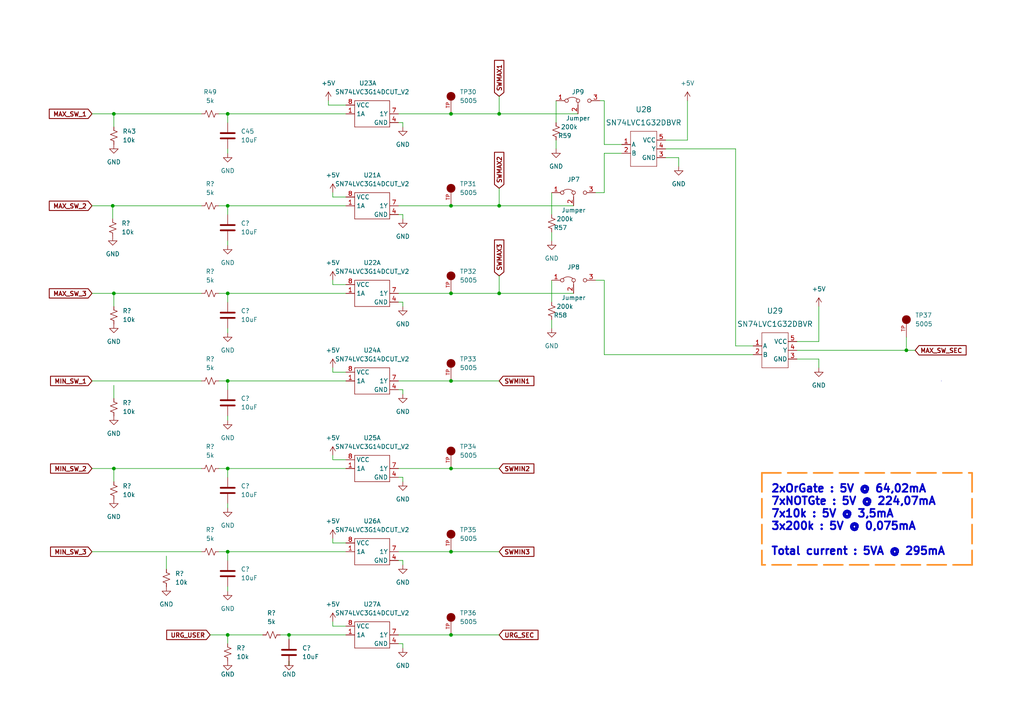
<source format=kicad_sch>
(kicad_sch (version 20211123) (generator eeschema)
  (paper "A4")
  (title_block (title "BUMBLEBEE") (date "2024-01-15") (rev "1.00") (company "ExoFlex") (comment 1 "Bumblebee"))
  (lib_symbols
    (symbol "Device:C" (pin_numbers hide) (pin_names (offset 0.254))
      (property "Reference" "C" (at 0.635 2.54 0))
      (property "Value" "C" (at 0.635 -2.54 0))
      (symbol "C_0_1"
        (polyline (pts (xy -2.032 -0.762) (xy 2.032 -0.762)) (stroke (width 0.508)))
        (polyline (pts (xy -2.032 0.762) (xy 2.032 0.762)) (stroke (width 0.508)))
      )
      (symbol "C_1_1"
        (pin passive line (at 0 3.81 270) (length 2.794) (name "~") (number "1"))
        (pin passive line (at 0 -3.81 90) (length 2.794) (name "~") (number "2"))
      )
    )
    (symbol "Device:R_Small_US" (pin_numbers hide) (pin_names (offset 0.254) hide)
      (property "Reference" "R" (at 0.762 0.508 0))
      (property "Value" "R_Small_US" (at 0.762 -1.016 0))
      (symbol "R_Small_US_1_1"
        (polyline (pts (xy 0 0) (xy 1.016 -0.381) (xy 0 -0.762) (xy -1.016 -1.143) (xy 0 -1.524)))
        (polyline (pts (xy 0 1.524) (xy 1.016 1.143) (xy 0 0.762) (xy -1.016 0.381) (xy 0 0)))
        (pin passive line (at 0 2.54 270) (length 1.016) (name "~") (number "1"))
        (pin passive line (at 0 -2.54 90) (length 1.016) (name "~") (number "2"))
      )
    )
    (symbol "Jumper:Jumper_3_Bridged12" (pin_names (offset 0) hide)
      (property "Reference" "JP" (at -2.54 -2.54 0))
      (property "Value" "Jumper_3_Bridged12" (at 0 2.794 0))
      (symbol "Jumper_3_Bridged12_0_0"
        (circle (center -3.302 0) (radius 0.508))
        (circle (center 0 0) (radius 0.508))
        (circle (center 3.302 0) (radius 0.508))
      )
      (symbol "Jumper_3_Bridged12_0_1"
        (arc (start -0.254 0.508) (mid -1.651 0.9912) (end -3.048 0.508))
        (polyline (pts (xy 0 -1.27) (xy 0 -0.508)))
      )
      (symbol "Jumper_3_Bridged12_1_1"
        (pin passive line (at -6.35 0 0) (length 2.54) (name "A") (number "1"))
        (pin passive line (at 0 -3.81 90) (length 2.54) (name "C") (number "2"))
        (pin passive line (at 6.35 0 180) (length 2.54) (name "B") (number "3"))
      )
    )
    (symbol "SymLib:5005" (pin_names (offset 1.016))
      (property "Reference" "TP" (at -2.54 2.54 0))
      (property "Value" "5005" (at -2.54 -3.81 0))
      (symbol "5005_0_0"
        (circle (center 0 0) (radius 0.635) (stroke (width 1.27)))
        (pin passive line (at -5.08 0 0) (length 5.08) (name "~") (number "TP"))
      )
    )
    (symbol "SymLib:SN74LVC1G32DBVR" (pin_names (offset 0.254))
      (property "Reference" "U" (at 25.4 10.16 0))
      (property "Value" "SN74LVC1G32DBVR" (at 25.4 7.62 0))
      (symbol "SN74LVC1G32DBVR_0_1"
        (polyline (pts (xy 21.59 -7.62) (xy 29.21 -7.62)) (stroke (width 0.127)))
        (polyline (pts (xy 21.59 2.54) (xy 21.59 -7.62)) (stroke (width 0.127)))
        (polyline (pts (xy 29.21 -7.62) (xy 29.21 2.54)) (stroke (width 0.127)))
        (polyline (pts (xy 29.21 2.54) (xy 21.59 2.54)) (stroke (width 0.127)))
        (pin input line (at 19.05 -1.27 0) (length 2.54) (name "A") (number "1"))
        (pin input line (at 19.05 -3.81 0) (length 2.54) (name "B") (number "2"))
        (pin power_in line (at 31.75 -5.08 180) (length 2.54) (name "GND") (number "3"))
        (pin output line (at 31.75 -2.54 180) (length 2.54) (name "Y") (number "4"))
        (pin power_in line (at 31.75 0 180) (length 2.54) (name "VCC") (number "5"))
      )
    )
    (symbol "SymLib:SN74LVC3G14DCUT_V2"
      (property "Reference" "U" (at -3.81 5.08 0))
      (property "Value" "SN74LVC3G14DCUT_V2" (at 0 -5.08 0))
      (symbol "SN74LVC3G14DCUT_V2_0_1"
        (rectangle (start -5.08 -3.81) (end 5.08 -3.81))
        (rectangle (start -5.08 3.81) (end -5.08 -3.81))
        (rectangle (start -5.08 3.81) (end 5.08 3.81))
        (rectangle (start 5.08 3.81) (end 5.08 -3.81))
      )
      (symbol "SN74LVC3G14DCUT_V2_1_1"
        (pin bidirectional line (at -7.62 0 0) (length 2.54) (name "1A") (number "1"))
        (pin bidirectional line (at 7.62 -2.54 180) (length 2.54) (name "GND") (number "4"))
        (pin output line (at 7.62 0 180) (length 2.54) (name "1Y") (number "7"))
        (pin bidirectional line (at -7.62 2.54 0) (length 2.54) (name "VCC") (number "8"))
      )
      (symbol "SN74LVC3G14DCUT_V2_2_1"
        (pin bidirectional line (at -7.62 0 0) (length 2.54) (name "2A") (number "3"))
        (pin output line (at 7.62 0 180) (length 2.54) (name "2Y") (number "5"))
      )
      (symbol "SN74LVC3G14DCUT_V2_3_1"
        (pin output line (at 7.62 0 180) (length 2.54) (name "3Y") (number "2"))
        (pin bidirectional line (at -7.62 0 0) (length 2.54) (name "3A") (number "6"))
      )
    )
    (symbol "power:+5V" (power) (pin_names (offset 0))
      (property "Value" "+5V" (at 0 3.556 0))
      (symbol "+5V_0_1"
        (polyline (pts (xy -0.762 1.27) (xy 0 2.54)))
        (polyline (pts (xy 0 0) (xy 0 2.54)))
        (polyline (pts (xy 0 2.54) (xy 0.762 1.27)))
      )
      (symbol "+5V_1_1"
        (pin power_in line (at 0 0 90) (length 0) hide (name "+5V") (number "1"))
      )
    )
    (symbol "power:GND" (power) (pin_names (offset 0))
      (property "Value" "GND" (at 0 -3.81 0))
      (symbol "GND_0_1"
        (polyline (pts (xy 0 0) (xy 0 -1.27) (xy 1.27 -1.27) (xy 0 -2.54) (xy -1.27 -1.27) (xy 0 -1.27)))
      )
      (symbol "GND_1_1"
        (pin power_in line (at 0 0 270) (length 0) hide (name "GND") (number "1"))
      )
    )
  )
  (junction (at 66.04 160.02))
  (junction (at 130.81 33.02))
  (junction (at 66.04 33.02))
  (junction (at 33.02 85.09))
  (junction (at 130.81 85.09))
  (junction (at 130.81 59.69))
  (junction (at 33.02 135.89))
  (junction (at 32.6944 59.69))
  (junction (at 66.04 110.49))
  (junction (at 33.02 33.02))
  (junction (at 130.81 160.02))
  (junction (at 130.81 135.89))
  (junction (at 144.78 85.09))
  (junction (at 66.04 59.69))
  (junction (at 66.04 135.89))
  (junction (at 144.78 59.69))
  (junction (at 144.78 33.02))
  (junction (at 83.82 184.15))
  (junction (at 66.04 85.09))
  (junction (at 130.81 184.15))
  (junction (at 130.81 110.49))
  (junction (at 66.04 184.15))
  (junction (at 262.89 101.6))
  (wire (pts (xy 237.49 88.9) (xy 237.49 99.06)))
  (wire (pts (xy 96.52 157.48) (xy 96.52 156.21)))
  (wire (pts (xy 130.81 33.02) (xy 144.78 33.02)))
  (wire (pts (xy 60.96 184.15) (xy 66.04 184.15)))
  (wire (pts (xy 33.02 135.89) (xy 58.42 135.89)))
  (wire (pts (xy 115.57 160.02) (xy 130.81 160.02)))
  (wire (pts (xy 33.02 85.09) (xy 58.42 85.09)))
  (wire (pts (xy 33.02 85.09) (xy 33.02 88.9)))
  (wire (pts (xy 196.85 48.26) (xy 196.85 45.72)))
  (wire (pts (xy 26.67 135.89) (xy 33.02 135.89)))
  (wire (pts (xy 130.81 85.09) (xy 144.78 85.09)))
  (wire (pts (xy 100.33 107.95) (xy 96.52 107.95)))
  (wire (pts (xy 115.57 87.63) (xy 116.84 87.63)))
  (wire (pts (xy 144.78 54.61) (xy 144.78 59.69)))
  (wire (pts (xy 83.82 184.15) (xy 81.28 184.15)))
  (wire (pts (xy 66.04 135.89) (xy 66.04 138.43)))
  (wire (pts (xy 116.84 139.7) (xy 116.84 138.43)))
  (polyline (pts (xy 220.98 137.16) (xy 281.94 137.16)) (stroke (width 0.5) (type dash) (color 255 148 44 1)))
  (wire (pts (xy 175.26 102.87) (xy 218.44 102.87)))
  (wire (pts (xy 66.04 160.02) (xy 63.5 160.02)))
  (wire (pts (xy 213.36 100.33) (xy 218.44 100.33)))
  (wire (pts (xy 66.04 146.05) (xy 66.04 147.32)))
  (wire (pts (xy 262.89 97.79) (xy 262.89 101.6)))
  (wire (pts (xy 66.04 85.09) (xy 63.5 85.09)))
  (wire (pts (xy 130.81 59.69) (xy 144.78 59.69)))
  (wire (pts (xy 115.57 135.89) (xy 130.81 135.89)))
  (wire (pts (xy 130.81 135.89) (xy 144.78 135.89)))
  (wire (pts (xy 96.52 133.35) (xy 96.52 132.08)))
  (wire (pts (xy 96.52 57.15) (xy 96.52 55.88)))
  (wire (pts (xy 33.02 135.89) (xy 33.02 139.7)))
  (wire (pts (xy 66.04 120.65) (xy 66.04 121.92)))
  (wire (pts (xy 100.33 181.61) (xy 96.52 181.61)))
  (wire (pts (xy 26.67 33.02) (xy 33.02 33.02)))
  (wire (pts (xy 175.26 44.45) (xy 175.26 55.88)))
  (wire (pts (xy 66.04 110.49) (xy 100.33 110.49)))
  (wire (pts (xy 196.85 45.72) (xy 193.04 45.72)))
  (wire (pts (xy 66.04 110.49) (xy 63.5 110.49)))
  (wire (pts (xy 66.04 184.15) (xy 76.2 184.15)))
  (wire (pts (xy 83.82 193.04) (xy 83.82 191.77)))
  (wire (pts (xy 115.57 110.49) (xy 130.81 110.49)))
  (polyline (pts (xy 281.94 137.16) (xy 281.94 163.83)) (stroke (width 0.5) (type dash) (color 255 148 44 1)))
  (wire (pts (xy 66.04 43.18) (xy 66.04 44.45)))
  (wire (pts (xy 66.04 33.02) (xy 63.5 33.02)))
  (wire (pts (xy 26.67 59.69) (xy 32.6944 59.69)))
  (wire (pts (xy 115.57 33.02) (xy 130.81 33.02)))
  (wire (pts (xy 116.84 63.5) (xy 116.84 62.23)))
  (wire (pts (xy 66.04 160.02) (xy 66.04 162.56)))
  (wire (pts (xy 231.14 101.6) (xy 262.89 101.6)))
  (wire (pts (xy 262.89 101.6) (xy 265.43 101.6)))
  (wire (pts (xy 83.82 184.15) (xy 83.82 185.42)))
  (wire (pts (xy 66.04 170.18) (xy 66.04 171.45)))
  (wire (pts (xy 115.57 184.15) (xy 130.81 184.15)))
  (wire (pts (xy 115.57 62.23) (xy 116.84 62.23)))
  (wire (pts (xy 32.6944 59.69) (xy 58.42 59.69)))
  (wire (pts (xy 116.84 36.83) (xy 116.84 35.56)))
  (wire (pts (xy 115.57 138.43) (xy 116.84 138.43)))
  (wire (pts (xy 144.78 80.01) (xy 144.78 85.09)))
  (wire (pts (xy 95.25 30.48) (xy 100.33 30.48)))
  (wire (pts (xy 160.02 67.31) (xy 160.02 69.85)))
  (wire (pts (xy 144.78 85.09) (xy 166.37 85.09)))
  (polyline (pts (xy 220.98 137.16) (xy 220.98 163.83)) (stroke (width 0.5) (type dash) (color 255 148 44 1)))
  (wire (pts (xy 161.29 29.21) (xy 161.29 35.56)))
  (wire (pts (xy 175.26 81.28) (xy 172.72 81.28)))
  (wire (pts (xy 172.72 55.88) (xy 175.26 55.88)))
  (wire (pts (xy 116.84 163.83) (xy 116.84 162.56)))
  (wire (pts (xy 100.33 82.55) (xy 96.52 82.55)))
  (wire (pts (xy 66.04 59.69) (xy 63.5 59.69)))
  (wire (pts (xy 66.04 59.69) (xy 66.04 62.23)))
  (wire (pts (xy 116.84 114.3) (xy 116.84 113.03)))
  (wire (pts (xy 26.67 160.02) (xy 58.42 160.02)))
  (polyline (pts (xy 273.05 110.49) (xy 273.05 110.49)))
  (wire (pts (xy 199.39 29.21) (xy 199.39 40.64)))
  (wire (pts (xy 26.67 110.49) (xy 58.42 110.49)))
  (wire (pts (xy 33.02 111.76) (xy 33.02 115.57)))
  (wire (pts (xy 48.26 161.29) (xy 48.26 165.1)))
  (wire (pts (xy 66.04 110.49) (xy 66.04 113.03)))
  (polyline (pts (xy 281.94 163.83) (xy 220.98 163.83)) (stroke (width 0.5) (type dash) (color 255 148 44 1)))
  (wire (pts (xy 175.26 29.21) (xy 175.26 41.91)))
  (wire (pts (xy 66.04 160.02) (xy 100.33 160.02)))
  (wire (pts (xy 66.04 33.02) (xy 100.33 33.02)))
  (wire (pts (xy 83.82 184.15) (xy 100.33 184.15)))
  (wire (pts (xy 116.84 187.96) (xy 116.84 186.69)))
  (wire (pts (xy 161.29 40.64) (xy 161.29 43.18)))
  (wire (pts (xy 100.33 157.48) (xy 96.52 157.48)))
  (wire (pts (xy 130.81 110.49) (xy 144.78 110.49)))
  (wire (pts (xy 115.57 35.56) (xy 116.84 35.56)))
  (wire (pts (xy 66.04 69.85) (xy 66.04 71.12)))
  (wire (pts (xy 199.39 40.64) (xy 193.04 40.64)))
  (wire (pts (xy 96.52 82.55) (xy 96.52 81.28)))
  (wire (pts (xy 66.04 135.89) (xy 63.5 135.89)))
  (wire (pts (xy 144.78 59.69) (xy 166.37 59.69)))
  (wire (pts (xy 173.99 29.21) (xy 175.26 29.21)))
  (wire (pts (xy 100.33 57.15) (xy 96.52 57.15)))
  (wire (pts (xy 115.57 186.69) (xy 116.84 186.69)))
  (wire (pts (xy 33.02 33.02) (xy 58.42 33.02)))
  (wire (pts (xy 130.81 160.02) (xy 144.78 160.02)))
  (wire (pts (xy 160.02 55.88) (xy 160.02 62.23)))
  (wire (pts (xy 193.04 43.18) (xy 213.36 43.18)))
  (wire (pts (xy 96.52 107.95) (xy 96.52 106.68)))
  (wire (pts (xy 26.67 85.09) (xy 33.02 85.09)))
  (wire (pts (xy 33.02 33.02) (xy 33.02 36.83)))
  (wire (pts (xy 115.57 113.03) (xy 116.84 113.03)))
  (wire (pts (xy 213.36 43.18) (xy 213.36 100.33)))
  (wire (pts (xy 237.49 106.68) (xy 237.49 104.14)))
  (wire (pts (xy 96.52 181.61) (xy 96.52 180.34)))
  (wire (pts (xy 237.49 99.06) (xy 231.14 99.06)))
  (wire (pts (xy 144.78 33.02) (xy 167.64 33.02)))
  (wire (pts (xy 100.33 133.35) (xy 96.52 133.35)))
  (wire (pts (xy 66.04 135.89) (xy 100.33 135.89)))
  (wire (pts (xy 144.78 27.94) (xy 144.78 33.02)))
  (wire (pts (xy 66.04 184.15) (xy 66.04 186.69)))
  (wire (pts (xy 160.02 81.28) (xy 160.02 87.63)))
  (wire (pts (xy 115.57 85.09) (xy 130.81 85.09)))
  (wire (pts (xy 175.26 44.45) (xy 180.34 44.45)))
  (wire (pts (xy 66.04 95.25) (xy 66.04 96.52)))
  (wire (pts (xy 66.04 59.69) (xy 100.33 59.69)))
  (wire (pts (xy 116.84 88.9) (xy 116.84 87.63)))
  (wire (pts (xy 32.6944 59.69) (xy 32.6944 63.5)))
  (wire (pts (xy 66.04 85.09) (xy 66.04 87.63)))
  (wire (pts (xy 95.25 30.48) (xy 95.25 29.21)))
  (wire (pts (xy 66.04 85.09) (xy 100.33 85.09)))
  (wire (pts (xy 175.26 41.91) (xy 180.34 41.91)))
  (wire (pts (xy 175.26 102.87) (xy 175.26 81.28)))
  (wire (pts (xy 160.02 92.71) (xy 160.02 95.25)))
  (wire (pts (xy 115.57 162.56) (xy 116.84 162.56)))
  (wire (pts (xy 130.81 184.15) (xy 144.78 184.15)))
  (wire (pts (xy 66.04 33.02) (xy 66.04 35.56)))
  (wire (pts (xy 237.49 104.14) (xy 231.14 104.14)))
  (wire (pts (xy 115.57 59.69) (xy 130.81 59.69)))
  (text "2xOrGate : 5V @ 64,02mA\n7xNOTGte : 5V @ 224,07mA\n7x10k : 5V @ 3,5mA\n3x200k : 5V @ 0,075mA\n\nTotal current : 5VA @ 295mA" (at 223.52 161.29 0) (effects (font (size 2.25 2.25) (thickness 0.5) bold) (justify left bottom)))
  (global_label "SWMAX3" (shape input) (at 144.78 80.01 90) (effects (font (thickness 0.254) bold)) (property "Intersheet References" "${INTERSHEET_REFS}" (effects hide)))
  (global_label "URG_USER" (shape input) (at 60.96 184.15 180) (effects (font (thickness 0.254) bold)) (property "Intersheet References" "${INTERSHEET_REFS}" (effects hide)))
  (global_label "SWMAX2" (shape input) (at 144.78 54.61 90) (effects (font (thickness 0.254) bold)) (property "Intersheet References" "${INTERSHEET_REFS}" (effects hide)))
  (global_label "MAX_SW_3" (shape input) (at 26.67 85.09 180) (effects (font (thickness 0.254) bold)) (property "Intersheet References" "${INTERSHEET_REFS}" (effects hide)))
  (global_label "MIN_SW_2" (shape input) (at 26.67 135.89 180) (effects (font (thickness 0.254) bold)) (property "Intersheet References" "${INTERSHEET_REFS}" (effects hide)))
  (global_label "MIN_SW_1" (shape input) (at 26.67 110.49 180) (effects (font (thickness 0.254) bold)) (property "Intersheet References" "${INTERSHEET_REFS}" (effects hide)))
  (global_label "MAX_SW_SEC" (shape input) (at 265.43 101.6 0) (effects (font (thickness 0.254) bold)) (property "Intersheet References" "${INTERSHEET_REFS}" (effects hide)))
  (global_label "SWMIN1" (shape input) (at 144.78 110.49 0) (effects (font (thickness 0.254) bold)) (property "Intersheet References" "${INTERSHEET_REFS}" (effects hide)))
  (global_label "URG_SEC" (shape input) (at 144.78 184.15 0) (effects (font (thickness 0.254) bold)) (property "Intersheet References" "${INTERSHEET_REFS}" (effects hide)))
  (global_label "SWMAX1" (shape input) (at 144.78 27.94 90) (effects (font (thickness 0.254) bold)) (property "Intersheet References" "${INTERSHEET_REFS}" (effects hide)))
  (global_label "SWMIN3" (shape input) (at 144.78 160.02 0) (effects (font (thickness 0.254) bold)) (property "Intersheet References" "${INTERSHEET_REFS}" (effects hide)))
  (global_label "SWMIN2" (shape input) (at 144.78 135.89 0) (effects (font (thickness 0.254) bold)) (property "Intersheet References" "${INTERSHEET_REFS}" (effects hide)))
  (global_label "MIN_SW_3" (shape input) (at 26.67 160.02 180) (effects (font (thickness 0.254) bold)) (property "Intersheet References" "${INTERSHEET_REFS}" (effects hide)))
  (global_label "MAX_SW_1" (shape input) (at 26.67 33.02 180) (effects (font (thickness 0.254) bold)) (property "Intersheet References" "${INTERSHEET_REFS}" (effects hide)))
  (global_label "MAX_SW_2" (shape input) (at 26.67 59.69 180) (effects (font (thickness 0.254) bold)) (property "Intersheet References" "${INTERSHEET_REFS}" (effects hide)))
  (symbol (lib_id "SymLib:SN74LVC3G14DCUT_V2") (at 107.95 85.09 0) (unit 1)
    (property "Reference" "U22" (at 107.95 76.2 0))
    (property "Value" "SN74LVC3G14DCUT_V2" (at 107.95 78.74 0))
    (property "Footprint" "FootPrint:SN74LVC3G14DCUT" (effects hide))
  )
  (symbol (lib_id "power:GND") (at 116.84 88.9 0) (unit 1)
    (property "Reference" "#PWR0211" (effects hide))
    (property "Value" "GND" (at 116.84 93.98 0))
  )
  (symbol (lib_id "Device:R_Small_US") (at 60.96 85.09 90) (unit 1)
    (property "Reference" "R?" (at 60.96 78.74 90))
    (property "Value" "5k" (at 60.96 81.28 90))
    (property "Footprint" "Resistor_SMD:R_0805_2012Metric" (effects hide))
  )
  (symbol (lib_id "SymLib:5005") (at 130.81 54.61 90) (unit 1)
    (property "Reference" "TP31" (at 133.35 53.3399 90) (effects (justify right)))
    (property "Value" "5005" (at 133.35 55.8799 90) (effects (justify right)))
    (property "Footprint" "FootPrint:KEYSTONE_5005" (effects hide))
    (property "MF" "Keystone Electronics" (effects hide))
    (property "DESCRIPTION" "Compact THM Test Point -Red" (effects hide))
    (property "PACKAGE" "NON STANDARD-1 Keystone" (effects hide))
    (property "PRICE" "None" (effects hide))
    (property "MP" "5005" (effects hide))
    (property "AVAILABILITY" "In Stock" (effects hide))
    (property "PURCHASE-URL" "https://pricing.snapeda.com/search/part/5005/?ref=eda" (effects hide))
  )
  (symbol (lib_id "power:GND") (at 66.04 96.52 0) (unit 1)
    (property "Reference" "#PWR?" (effects hide))
    (property "Value" "GND" (at 66.04 101.6 0))
  )
  (symbol (lib_id "Device:C") (at 83.82 189.23 0) (unit 1)
    (property "Reference" "C?" (at 87.63 187.9599 0) (effects (justify left)))
    (property "Value" "10uF" (at 87.63 190.4999 0) (effects (justify left)))
    (property "Footprint" "Capacitor_SMD:C_0805_2012Metric" (effects hide))
  )
  (symbol (lib_id "SymLib:SN74LVC3G14DCUT_V2") (at 107.95 59.69 0) (unit 1)
    (property "Reference" "U21" (at 107.95 50.8 0))
    (property "Value" "SN74LVC3G14DCUT_V2" (at 107.95 53.34 0))
    (property "Footprint" "FootPrint:SN74LVC3G14DCUT" (effects hide))
  )
  (symbol (lib_id "SymLib:5005") (at 130.81 179.07 90) (unit 1)
    (property "Reference" "TP36" (at 133.35 177.7999 90) (effects (justify right)))
    (property "Value" "5005" (at 133.35 180.3399 90) (effects (justify right)))
    (property "Footprint" "FootPrint:KEYSTONE_5005" (effects hide))
    (property "MF" "Keystone Electronics" (effects hide))
    (property "DESCRIPTION" "Compact THM Test Point -Red" (effects hide))
    (property "PACKAGE" "NON STANDARD-1 Keystone" (effects hide))
    (property "PRICE" "None" (effects hide))
    (property "MP" "5005" (effects hide))
    (property "AVAILABILITY" "In Stock" (effects hide))
    (property "PURCHASE-URL" "https://pricing.snapeda.com/search/part/5005/?ref=eda" (effects hide))
  )
  (symbol (lib_id "power:GND") (at 66.04 171.45 0) (unit 1)
    (property "Reference" "#PWR?" (effects hide))
    (property "Value" "GND" (at 66.04 176.53 0))
  )
  (symbol (lib_id "power:+5V") (at 96.52 81.28 0) (unit 1)
    (property "Reference" "#PWR0208" (effects hide))
    (property "Value" "+5V" (at 96.52 76.2 0))
  )
  (symbol (lib_id "power:+5V") (at 199.39 29.21 0) (unit 1)
    (property "Reference" "#PWR0225" (effects hide))
    (property "Value" "+5V" (at 199.39 24.13 0))
  )
  (symbol (lib_id "power:GND") (at 33.02 144.78 0) (unit 1)
    (property "Reference" "#PWR?" (effects hide))
    (property "Value" "GND" (at 33.02 149.86 0))
  )
  (symbol (lib_id "Device:R_Small_US") (at 60.96 160.02 90) (unit 1)
    (property "Reference" "R?" (at 60.96 153.67 90))
    (property "Value" "5k" (at 60.96 156.21 90))
    (property "Footprint" "Resistor_SMD:R_0805_2012Metric" (effects hide))
  )
  (symbol (lib_id "power:GND") (at 116.84 139.7 0) (unit 1)
    (property "Reference" "#PWR0218" (effects hide))
    (property "Value" "GND" (at 116.84 144.78 0))
  )
  (symbol (lib_id "Device:R_Small_US") (at 32.6944 66.04 0) (unit 1)
    (property "Reference" "R?" (at 35.2344 64.7699 0) (effects (justify left)))
    (property "Value" "10k" (at 35.2344 67.3099 0) (effects (justify left)))
    (property "Footprint" "Resistor_SMD:R_0805_2012Metric" (effects hide))
  )
  (symbol (lib_id "power:GND") (at 48.26 170.18 0) (unit 1)
    (property "Reference" "#PWR?" (effects hide))
    (property "Value" "GND" (at 48.26 175.26 0))
  )
  (symbol (lib_id "Device:R_Small_US") (at 160.02 90.17 0) (unit 1)
    (property "Reference" "R58" (at 162.56 91.44 0))
    (property "Value" "200k" (at 163.83 88.9 0))
    (property "Footprint" "Resistor_SMD:R_0603_1608Metric" (effects hide))
  )
  (symbol (lib_id "Device:C") (at 66.04 166.37 0) (unit 1)
    (property "Reference" "C?" (at 69.85 165.0999 0) (effects (justify left)))
    (property "Value" "10uF" (at 69.85 167.6399 0) (effects (justify left)))
    (property "Footprint" "Capacitor_SMD:C_0805_2012Metric" (effects hide))
  )
  (symbol (lib_id "power:GND") (at 33.02 93.98 0) (unit 1)
    (property "Reference" "#PWR?" (effects hide))
    (property "Value" "GND" (at 33.02 99.06 0))
  )
  (symbol (lib_id "power:+5V") (at 96.52 106.68 0) (unit 1)
    (property "Reference" "#PWR0213" (effects hide))
    (property "Value" "+5V" (at 96.52 101.6 0))
  )
  (symbol (lib_id "power:GND") (at 116.84 187.96 0) (unit 1)
    (property "Reference" "#PWR0220" (effects hide))
    (property "Value" "GND" (at 116.84 193.04 0))
  )
  (symbol (lib_id "power:GND") (at 160.02 95.25 0) (unit 1)
    (property "Reference" "#PWR0222" (effects hide))
    (property "Value" "GND" (at 160.02 100.33 0))
  )
  (symbol (lib_id "Jumper:Jumper_3_Bridged12") (at 166.37 55.88 0) (unit 1)
    (property "Reference" "JP7" (at 166.37 52.07 0))
    (property "Value" "Jumper" (at 166.37 60.96 0))
    (property "Footprint" "Connector_PinHeader_2.54mm:PinHeader_1x03_P2.54mm_Vertical" (effects hide))
  )
  (symbol (lib_id "SymLib:SN74LVC3G14DCUT_V2") (at 107.95 160.02 0) (unit 1)
    (property "Reference" "U26" (at 107.95 151.13 0))
    (property "Value" "SN74LVC3G14DCUT_V2" (at 107.95 153.67 0))
    (property "Footprint" "FootPrint:SN74LVC3G14DCUT" (effects hide))
  )
  (symbol (lib_id "power:+5V") (at 96.52 132.08 0) (unit 1)
    (property "Reference" "#PWR0214" (effects hide))
    (property "Value" "+5V" (at 96.52 127 0))
  )
  (symbol (lib_id "Device:R_Small_US") (at 60.96 110.49 90) (unit 1)
    (property "Reference" "R?" (at 60.96 104.14 90))
    (property "Value" "5k" (at 60.96 106.68 90))
    (property "Footprint" "Resistor_SMD:R_0805_2012Metric" (effects hide))
  )
  (symbol (lib_id "power:GND") (at 33.02 41.91 0) (unit 1)
    (property "Reference" "#PWR0193" (effects hide))
    (property "Value" "GND" (at 33.02 46.99 0))
  )
  (symbol (lib_id "power:GND") (at 33.02 120.65 0) (unit 1)
    (property "Reference" "#PWR?" (effects hide))
    (property "Value" "GND" (at 33.02 125.73 0))
  )
  (symbol (lib_id "Device:C") (at 66.04 142.24 0) (unit 1)
    (property "Reference" "C?" (at 69.85 140.9699 0) (effects (justify left)))
    (property "Value" "10uF" (at 69.85 143.5099 0) (effects (justify left)))
    (property "Footprint" "Capacitor_SMD:C_0805_2012Metric" (effects hide))
  )
  (symbol (lib_id "Device:R_Small_US") (at 78.74 184.15 90) (unit 1)
    (property "Reference" "R?" (at 78.74 177.8 90))
    (property "Value" "5k" (at 78.74 180.34 90))
    (property "Footprint" "Resistor_SMD:R_0805_2012Metric" (effects hide))
  )
  (symbol (lib_id "SymLib:SN74LVC1G32DBVR") (at 199.39 99.06 0) (unit 1)
    (property "Reference" "U29" (at 224.79 90.17 0) (effects (font (size 1.524 1.524))))
    (property "Value" "SN74LVC1G32DBVR" (at 224.79 93.98 0) (effects (font (size 1.524 1.524))))
    (property "Footprint" "FootPrint:SOT95P270X145-5N" (effects hide))
  )
  (symbol (lib_id "Device:R_Small_US") (at 33.02 142.24 0) (unit 1)
    (property "Reference" "R?" (at 35.56 140.9699 0) (effects (justify left)))
    (property "Value" "10k" (at 35.56 143.5099 0) (effects (justify left)))
    (property "Footprint" "Resistor_SMD:R_0805_2012Metric" (effects hide))
  )
  (symbol (lib_id "SymLib:SN74LVC3G14DCUT_V2") (at 107.95 135.89 0) (unit 1)
    (property "Reference" "U25" (at 107.95 127 0))
    (property "Value" "SN74LVC3G14DCUT_V2" (at 107.95 129.54 0))
    (property "Footprint" "FootPrint:SN74LVC3G14DCUT" (effects hide))
  )
  (symbol (lib_id "SymLib:5005") (at 130.81 27.94 90) (unit 1)
    (property "Reference" "TP30" (at 133.35 26.6699 90) (effects (justify right)))
    (property "Value" "5005" (at 133.35 29.2099 90) (effects (justify right)))
    (property "Footprint" "FootPrint:KEYSTONE_5005" (effects hide))
    (property "MF" "Keystone Electronics" (effects hide))
    (property "DESCRIPTION" "Compact THM Test Point -Red" (effects hide))
    (property "PACKAGE" "NON STANDARD-1 Keystone" (effects hide))
    (property "PRICE" "None" (effects hide))
    (property "MP" "5005" (effects hide))
    (property "AVAILABILITY" "In Stock" (effects hide))
    (property "PURCHASE-URL" "https://pricing.snapeda.com/search/part/5005/?ref=eda" (effects hide))
  )
  (symbol (lib_id "SymLib:SN74LVC1G32DBVR") (at 161.29 40.64 0) (unit 1)
    (property "Reference" "U28" (at 186.69 31.75 0) (effects (font (size 1.524 1.524))))
    (property "Value" "SN74LVC1G32DBVR" (at 186.69 35.56 0) (effects (font (size 1.524 1.524))))
    (property "Footprint" "FootPrint:SOT95P270X145-5N" (effects hide))
  )
  (symbol (lib_id "power:GND") (at 66.04 71.12 0) (unit 1)
    (property "Reference" "#PWR?" (effects hide))
    (property "Value" "GND" (at 66.04 76.2 0))
  )
  (symbol (lib_id "SymLib:5005") (at 262.89 92.71 90) (unit 1)
    (property "Reference" "TP37" (at 265.43 91.4399 90) (effects (justify right)))
    (property "Value" "5005" (at 265.43 93.9799 90) (effects (justify right)))
    (property "Footprint" "FootPrint:KEYSTONE_5005" (effects hide))
    (property "MF" "Keystone Electronics" (effects hide))
    (property "DESCRIPTION" "Compact THM Test Point -Red" (effects hide))
    (property "PACKAGE" "NON STANDARD-1 Keystone" (effects hide))
    (property "PRICE" "None" (effects hide))
    (property "MP" "5005" (effects hide))
    (property "AVAILABILITY" "In Stock" (effects hide))
    (property "PURCHASE-URL" "https://pricing.snapeda.com/search/part/5005/?ref=eda" (effects hide))
  )
  (symbol (lib_id "power:GND") (at 66.04 44.45 0) (unit 1)
    (property "Reference" "#PWR0199" (effects hide))
    (property "Value" "GND" (at 66.04 49.53 0))
  )
  (symbol (lib_id "Jumper:Jumper_3_Bridged12") (at 166.37 81.28 0) (unit 1)
    (property "Reference" "JP8" (at 166.37 77.47 0))
    (property "Value" "Jumper" (at 166.37 86.36 0))
    (property "Footprint" "Connector_PinHeader_2.54mm:PinHeader_1x03_P2.54mm_Vertical" (effects hide))
  )
  (symbol (lib_id "power:GND") (at 32.6944 68.58 0) (unit 1)
    (property "Reference" "#PWR?" (effects hide))
    (property "Value" "GND" (at 32.6944 73.66 0))
  )
  (symbol (lib_id "Device:R_Small_US") (at 60.96 135.89 90) (unit 1)
    (property "Reference" "R?" (at 60.96 129.54 90))
    (property "Value" "5k" (at 60.96 132.08 90))
    (property "Footprint" "Resistor_SMD:R_0805_2012Metric" (effects hide))
  )
  (symbol (lib_id "SymLib:5005") (at 130.81 154.94 90) (unit 1)
    (property "Reference" "TP35" (at 133.35 153.6699 90) (effects (justify right)))
    (property "Value" "5005" (at 133.35 156.2099 90) (effects (justify right)))
    (property "Footprint" "FootPrint:KEYSTONE_5005" (effects hide))
    (property "MF" "Keystone Electronics" (effects hide))
    (property "DESCRIPTION" "Compact THM Test Point -Red" (effects hide))
    (property "PACKAGE" "NON STANDARD-1 Keystone" (effects hide))
    (property "PRICE" "None" (effects hide))
    (property "MP" "5005" (effects hide))
    (property "AVAILABILITY" "In Stock" (effects hide))
    (property "PURCHASE-URL" "https://pricing.snapeda.com/search/part/5005/?ref=eda" (effects hide))
  )
  (symbol (lib_id "Jumper:Jumper_3_Bridged12") (at 167.64 29.21 0) (unit 1)
    (property "Reference" "JP9" (at 167.64 26.67 0))
    (property "Value" "Jumper" (at 167.64 34.29 0))
    (property "Footprint" "Connector_PinHeader_2.54mm:PinHeader_1x03_P2.54mm_Vertical" (effects hide))
  )
  (symbol (lib_id "power:GND") (at 160.02 69.85 0) (unit 1)
    (property "Reference" "#PWR0221" (effects hide))
    (property "Value" "GND" (at 160.02 74.93 0))
  )
  (symbol (lib_id "power:+5V") (at 96.52 180.34 0) (unit 1)
    (property "Reference" "#PWR0216" (effects hide))
    (property "Value" "+5V" (at 96.52 175.26 0))
  )
  (symbol (lib_id "power:GND") (at 66.04 191.77 0) (unit 1)
    (property "Reference" "#PWR?" (effects hide))
    (property "Value" "GND" (at 66.04 195.58 0))
  )
  (symbol (lib_id "SymLib:SN74LVC3G14DCUT_V2") (at 107.95 110.49 0) (unit 1)
    (property "Reference" "U24" (at 107.95 101.6 0))
    (property "Value" "SN74LVC3G14DCUT_V2" (at 107.95 104.14 0))
    (property "Footprint" "FootPrint:SN74LVC3G14DCUT" (effects hide))
  )
  (symbol (lib_id "power:+5V") (at 96.52 55.88 0) (unit 1)
    (property "Reference" "#PWR0207" (effects hide))
    (property "Value" "+5V" (at 96.52 50.8 0))
  )
  (symbol (lib_id "power:+5V") (at 95.25 29.21 0) (unit 1)
    (property "Reference" "#PWR0209" (effects hide))
    (property "Value" "+5V" (at 95.25 24.13 0))
  )
  (symbol (lib_id "Device:R_Small_US") (at 33.02 91.44 0) (unit 1)
    (property "Reference" "R?" (at 35.56 90.1699 0) (effects (justify left)))
    (property "Value" "10k" (at 35.56 92.7099 0) (effects (justify left)))
    (property "Footprint" "Resistor_SMD:R_0805_2012Metric" (effects hide))
  )
  (symbol (lib_id "Device:R_Small_US") (at 33.02 118.11 0) (unit 1)
    (property "Reference" "R?" (at 35.56 116.8399 0) (effects (justify left)))
    (property "Value" "10k" (at 35.56 119.3799 0) (effects (justify left)))
    (property "Footprint" "Resistor_SMD:R_0805_2012Metric" (effects hide))
  )
  (symbol (lib_id "power:+5V") (at 96.52 156.21 0) (unit 1)
    (property "Reference" "#PWR0215" (effects hide))
    (property "Value" "+5V" (at 96.52 151.13 0))
  )
  (symbol (lib_id "power:GND") (at 66.04 147.32 0) (unit 1)
    (property "Reference" "#PWR?" (effects hide))
    (property "Value" "GND" (at 66.04 152.4 0))
  )
  (symbol (lib_id "SymLib:SN74LVC3G14DCUT_V2") (at 107.95 33.02 0) (unit 1)
    (property "Reference" "U23" (at 106.68 24.13 0))
    (property "Value" "SN74LVC3G14DCUT_V2" (at 107.95 26.67 0))
    (property "Footprint" "FootPrint:SN74LVC3G14DCUT" (effects hide))
  )
  (symbol (lib_id "power:GND") (at 237.49 106.68 0) (unit 1)
    (property "Reference" "#PWR0226" (effects hide))
    (property "Value" "GND" (at 237.49 111.76 0))
  )
  (symbol (lib_id "SymLib:SN74LVC3G14DCUT_V2") (at 107.95 184.15 0) (unit 1)
    (property "Reference" "U27" (at 107.95 175.26 0))
    (property "Value" "SN74LVC3G14DCUT_V2" (at 107.95 177.8 0))
    (property "Footprint" "FootPrint:SN74LVC3G14DCUT" (effects hide))
  )
  (symbol (lib_id "power:GND") (at 116.84 114.3 0) (unit 1)
    (property "Reference" "#PWR0217" (effects hide))
    (property "Value" "GND" (at 116.84 119.38 0))
  )
  (symbol (lib_id "power:GND") (at 196.85 48.26 0) (unit 1)
    (property "Reference" "#PWR0224" (effects hide))
    (property "Value" "GND" (at 196.85 53.34 0))
  )
  (symbol (lib_id "Device:R_Small_US") (at 33.02 39.37 0) (unit 1)
    (property "Reference" "R43" (at 35.56 38.0999 0) (effects (justify left)))
    (property "Value" "10k" (at 35.56 40.6399 0) (effects (justify left)))
    (property "Footprint" "Resistor_SMD:R_0805_2012Metric" (effects hide))
  )
  (symbol (lib_id "Device:R_Small_US") (at 161.29 38.1 0) (unit 1)
    (property "Reference" "R59" (at 163.83 39.37 0))
    (property "Value" "200k" (at 165.1 36.83 0))
    (property "Footprint" "Resistor_SMD:R_0603_1608Metric" (effects hide))
  )
  (symbol (lib_id "power:GND") (at 116.84 163.83 0) (unit 1)
    (property "Reference" "#PWR0219" (effects hide))
    (property "Value" "GND" (at 116.84 168.91 0))
  )
  (symbol (lib_id "power:GND") (at 116.84 36.83 0) (unit 1)
    (property "Reference" "#PWR0212" (effects hide))
    (property "Value" "GND" (at 116.84 41.91 0))
  )
  (symbol (lib_id "Device:C") (at 66.04 66.04 0) (unit 1)
    (property "Reference" "C?" (at 69.85 64.7699 0) (effects (justify left)))
    (property "Value" "10uF" (at 69.85 67.3099 0) (effects (justify left)))
    (property "Footprint" "Capacitor_SMD:C_0805_2012Metric" (effects hide))
  )
  (symbol (lib_id "Device:R_Small_US") (at 48.26 167.64 0) (unit 1)
    (property "Reference" "R?" (at 50.8 166.3699 0) (effects (justify left)))
    (property "Value" "10k" (at 50.8 168.9099 0) (effects (justify left)))
    (property "Footprint" "Resistor_SMD:R_0805_2012Metric" (effects hide))
  )
  (symbol (lib_id "Device:C") (at 66.04 116.84 0) (unit 1)
    (property "Reference" "C?" (at 69.85 115.5699 0) (effects (justify left)))
    (property "Value" "10uF" (at 69.85 118.1099 0) (effects (justify left)))
    (property "Footprint" "Capacitor_SMD:C_0805_2012Metric" (effects hide))
  )
  (symbol (lib_id "power:GND") (at 83.82 191.77 0) (unit 1)
    (property "Reference" "#PWR?" (effects hide))
    (property "Value" "GND" (at 83.82 195.58 0))
  )
  (symbol (lib_id "SymLib:5005") (at 130.81 105.41 90) (unit 1)
    (property "Reference" "TP33" (at 133.35 104.1399 90) (effects (justify right)))
    (property "Value" "5005" (at 133.35 106.6799 90) (effects (justify right)))
    (property "Footprint" "FootPrint:KEYSTONE_5005" (effects hide))
    (property "MF" "Keystone Electronics" (effects hide))
    (property "DESCRIPTION" "Compact THM Test Point -Red" (effects hide))
    (property "PACKAGE" "NON STANDARD-1 Keystone" (effects hide))
    (property "PRICE" "None" (effects hide))
    (property "MP" "5005" (effects hide))
    (property "AVAILABILITY" "In Stock" (effects hide))
    (property "PURCHASE-URL" "https://pricing.snapeda.com/search/part/5005/?ref=eda" (effects hide))
  )
  (symbol (lib_id "Device:R_Small_US") (at 60.96 33.02 90) (unit 1)
    (property "Reference" "R49" (at 60.96 26.67 90))
    (property "Value" "5k" (at 60.96 29.21 90))
    (property "Footprint" "Resistor_SMD:R_0805_2012Metric" (effects hide))
  )
  (symbol (lib_id "Device:R_Small_US") (at 160.02 64.77 0) (unit 1)
    (property "Reference" "R57" (at 162.56 66.04 0))
    (property "Value" "200k" (at 163.83 63.5 0))
    (property "Footprint" "Resistor_SMD:R_0603_1608Metric" (effects hide))
  )
  (symbol (lib_id "SymLib:5005") (at 130.81 130.81 90) (unit 1)
    (property "Reference" "TP34" (at 133.35 129.5399 90) (effects (justify right)))
    (property "Value" "5005" (at 133.35 132.0799 90) (effects (justify right)))
    (property "Footprint" "FootPrint:KEYSTONE_5005" (effects hide))
    (property "MF" "Keystone Electronics" (effects hide))
    (property "DESCRIPTION" "Compact THM Test Point -Red" (effects hide))
    (property "PACKAGE" "NON STANDARD-1 Keystone" (effects hide))
    (property "PRICE" "None" (effects hide))
    (property "MP" "5005" (effects hide))
    (property "AVAILABILITY" "In Stock" (effects hide))
    (property "PURCHASE-URL" "https://pricing.snapeda.com/search/part/5005/?ref=eda" (effects hide))
  )
  (symbol (lib_id "power:GND") (at 66.04 121.92 0) (unit 1)
    (property "Reference" "#PWR?" (effects hide))
    (property "Value" "GND" (at 66.04 127 0))
  )
  (symbol (lib_id "power:GND") (at 116.84 63.5 0) (unit 1)
    (property "Reference" "#PWR0210" (effects hide))
    (property "Value" "GND" (at 116.84 68.58 0))
  )
  (symbol (lib_id "SymLib:5005") (at 130.81 80.01 90) (unit 1)
    (property "Reference" "TP32" (at 133.35 78.7399 90) (effects (justify right)))
    (property "Value" "5005" (at 133.35 81.2799 90) (effects (justify right)))
    (property "Footprint" "FootPrint:KEYSTONE_5005" (effects hide))
    (property "MF" "Keystone Electronics" (effects hide))
    (property "DESCRIPTION" "Compact THM Test Point -Red" (effects hide))
    (property "PACKAGE" "NON STANDARD-1 Keystone" (effects hide))
    (property "PRICE" "None" (effects hide))
    (property "MP" "5005" (effects hide))
    (property "AVAILABILITY" "In Stock" (effects hide))
    (property "PURCHASE-URL" "https://pricing.snapeda.com/search/part/5005/?ref=eda" (effects hide))
  )
  (symbol (lib_id "Device:C") (at 66.04 39.37 0) (unit 1)
    (property "Reference" "C45" (at 69.85 38.0999 0) (effects (justify left)))
    (property "Value" "10uF" (at 69.85 40.6399 0) (effects (justify left)))
    (property "Footprint" "Capacitor_SMD:C_0805_2012Metric" (effects hide))
  )
  (symbol (lib_id "Device:R_Small_US") (at 60.96 59.69 90) (unit 1)
    (property "Reference" "R?" (at 60.96 53.34 90))
    (property "Value" "5k" (at 60.96 55.88 90))
    (property "Footprint" "Resistor_SMD:R_0805_2012Metric" (effects hide))
  )
  (symbol (lib_id "power:GND") (at 161.29 43.18 0) (unit 1)
    (property "Reference" "#PWR0223" (effects hide))
    (property "Value" "GND" (at 161.29 48.26 0))
  )
  (symbol (lib_id "Device:C") (at 66.04 91.44 0) (unit 1)
    (property "Reference" "C?" (at 69.85 90.1699 0) (effects (justify left)))
    (property "Value" "10uF" (at 69.85 92.7099 0) (effects (justify left)))
    (property "Footprint" "Capacitor_SMD:C_0805_2012Metric" (effects hide))
  )
  (symbol (lib_id "power:+5V") (at 237.49 88.9 0) (unit 1)
    (property "Reference" "#PWR0227" (effects hide))
    (property "Value" "+5V" (at 237.49 83.82 0))
  )
  (symbol (lib_id "Device:R_Small_US") (at 66.04 189.23 0) (unit 1)
    (property "Reference" "R?" (at 68.58 187.9599 0) (effects (justify left)))
    (property "Value" "10k" (at 68.58 190.4999 0) (effects (justify left)))
    (property "Footprint" "Resistor_SMD:R_0805_2012Metric" (effects hide))
  )
)
</source>
